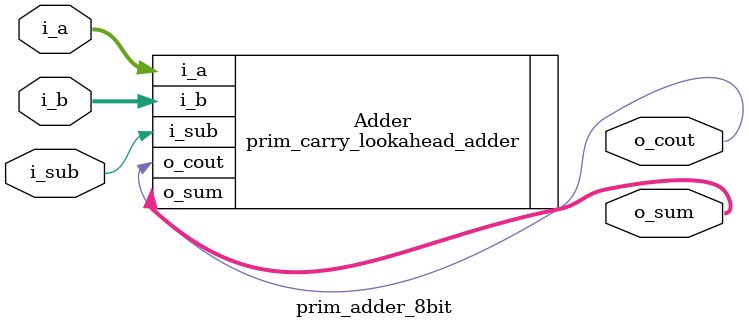
<source format=sv>
module prim_adder_8bit(
    input  logic [7:0] i_a,
    input  logic [7:0] i_b,
    input  logic       i_sub,
    output logic [7:0] o_sum,
    output logic       o_cout
);

prim_carry_lookahead_adder #(.WIDTH(8)) Adder(
    .i_a   (i_a)   ,
    .i_b   (i_b)   ,
    .i_sub (i_sub) ,
    .o_sum (o_sum) ,
    .o_cout(o_cout)
);



endmodule : prim_adder_8bit

</source>
